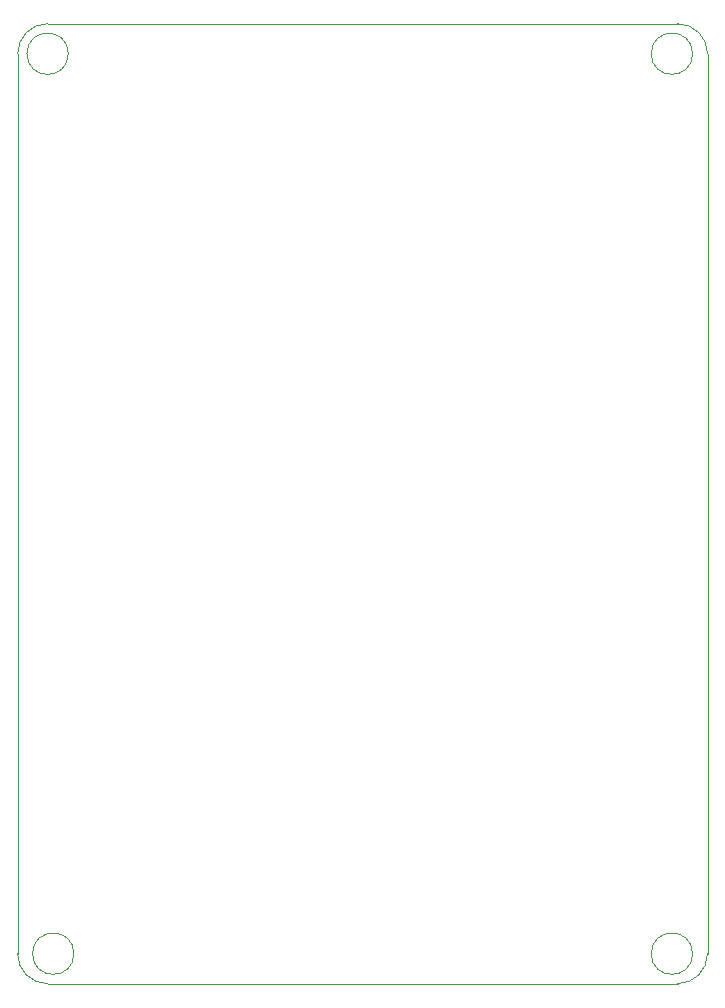
<source format=gbr>
G04 #@! TF.GenerationSoftware,KiCad,Pcbnew,5.1.5-52549c5~84~ubuntu19.10.1*
G04 #@! TF.CreationDate,2019-11-23T11:14:34+01:00*
G04 #@! TF.ProjectId,mep_v2_modif_grove,6d65705f-7632-45f6-9d6f-6469665f6772,rev?*
G04 #@! TF.SameCoordinates,Original*
G04 #@! TF.FileFunction,Profile,NP*
%FSLAX46Y46*%
G04 Gerber Fmt 4.6, Leading zero omitted, Abs format (unit mm)*
G04 Created by KiCad (PCBNEW 5.1.5-52549c5~84~ubuntu19.10.1) date 2019-11-23 11:14:34*
%MOMM*%
%LPD*%
G04 APERTURE LIST*
%ADD10C,0.050000*%
G04 APERTURE END LIST*
D10*
X120340000Y-128270000D02*
G75*
G03X120340000Y-128270000I-1750000J0D01*
G01*
X172720000Y-128270000D02*
G75*
G03X172720000Y-128270000I-1750000J0D01*
G01*
X172720000Y-52070000D02*
G75*
G03X172720000Y-52070000I-1750000J0D01*
G01*
X119860000Y-52070000D02*
G75*
G03X119860000Y-52070000I-1750000J0D01*
G01*
X171450000Y-49530000D02*
X118110000Y-49530000D01*
X173990000Y-128270000D02*
X173990000Y-52070000D01*
X173990000Y-128270000D02*
G75*
G02X171450000Y-130810000I-2540000J0D01*
G01*
X118110000Y-130810000D02*
X171450000Y-130810000D01*
X118110000Y-130810000D02*
G75*
G02X115570000Y-128270000I0J2540000D01*
G01*
X115570000Y-52070000D02*
X115570000Y-128270000D01*
X115570000Y-52070000D02*
G75*
G02X118110000Y-49530000I2540000J0D01*
G01*
X171450000Y-49530000D02*
G75*
G02X173990000Y-52070000I0J-2540000D01*
G01*
M02*

</source>
